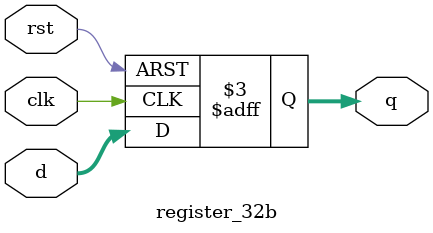
<source format=v>
`timescale 1ns / 1ps
module register_32b(
		    output reg [31:0] q,
		    input 	      clk,
		    input 	      rst,
		    input [31:0]      d);

always @(posedge rst, posedge clk) begin
	if(rst==1'b1)
		  q <= {32{1'b0}};
	else begin
		  q <= d;
	end
end

endmodule

</source>
